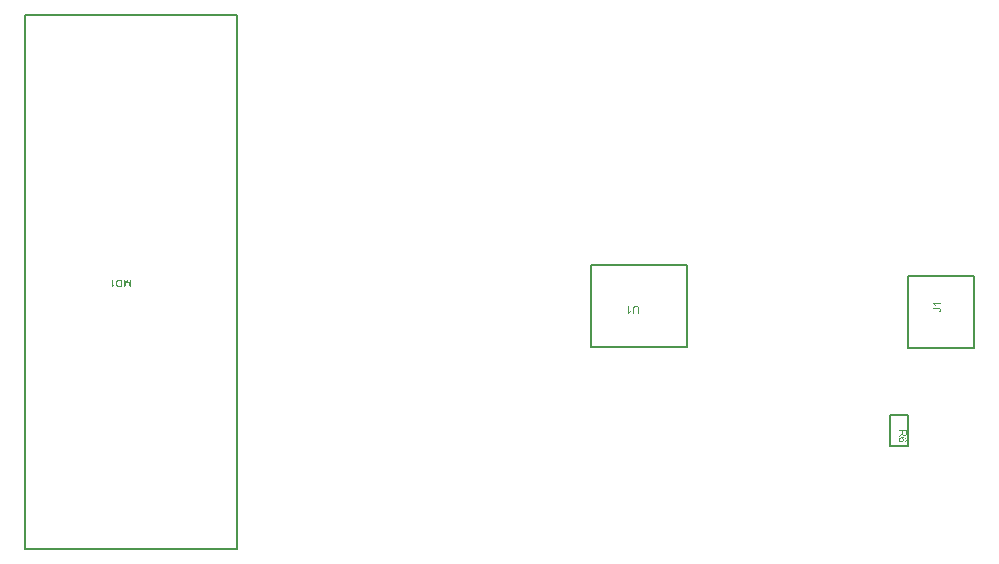
<source format=gbr>
G04*
G04 #@! TF.GenerationSoftware,Altium Limited,Altium Designer,24.6.1 (21)*
G04*
G04 Layer_Color=16711935*
%FSLAX25Y25*%
%MOIN*%
G70*
G04*
G04 #@! TF.SameCoordinates,E7B071F1-E274-4D6C-8170-77C2E5B523DC*
G04*
G04*
G04 #@! TF.FilePolarity,Positive*
G04*
G01*
G75*
%ADD10C,0.00787*%
G36*
X207725Y125982D02*
X207755D01*
X207788Y125979D01*
X207829Y125973D01*
X207870Y125968D01*
X207963Y125954D01*
X208061Y125932D01*
X208156Y125902D01*
X208203Y125886D01*
X208246Y125864D01*
X208249Y125861D01*
X208257Y125859D01*
X208268Y125850D01*
X208282Y125842D01*
X208301Y125829D01*
X208323Y125812D01*
X208345Y125796D01*
X208369Y125774D01*
X208424Y125725D01*
X208476Y125665D01*
X208525Y125594D01*
X208547Y125553D01*
X208566Y125512D01*
Y125509D01*
X208569Y125501D01*
X208574Y125487D01*
X208580Y125468D01*
X208588Y125446D01*
X208596Y125417D01*
X208604Y125384D01*
X208612Y125346D01*
X208623Y125302D01*
X208631Y125255D01*
X208640Y125204D01*
X208645Y125146D01*
X208653Y125086D01*
X208656Y125021D01*
X208662Y124952D01*
Y124879D01*
Y123424D01*
X208328D01*
Y124879D01*
Y124881D01*
Y124892D01*
Y124909D01*
Y124933D01*
X208326Y124960D01*
Y124991D01*
X208323Y125026D01*
X208320Y125062D01*
X208315Y125141D01*
X208304Y125220D01*
X208287Y125296D01*
X208279Y125332D01*
X208268Y125362D01*
Y125365D01*
X208266Y125367D01*
X208263Y125375D01*
X208257Y125386D01*
X208241Y125417D01*
X208219Y125449D01*
X208192Y125490D01*
X208156Y125528D01*
X208113Y125567D01*
X208061Y125602D01*
X208058D01*
X208053Y125605D01*
X208045Y125610D01*
X208034Y125616D01*
X208020Y125621D01*
X208001Y125627D01*
X207982Y125635D01*
X207960Y125643D01*
X207905Y125657D01*
X207842Y125670D01*
X207771Y125681D01*
X207695Y125684D01*
X207660D01*
X207635Y125681D01*
X207605Y125679D01*
X207570Y125676D01*
X207531Y125670D01*
X207490Y125662D01*
X207406Y125643D01*
X207362Y125629D01*
X207318Y125613D01*
X207277Y125594D01*
X207239Y125572D01*
X207204Y125548D01*
X207171Y125517D01*
X207168Y125515D01*
X207163Y125509D01*
X207157Y125498D01*
X207146Y125485D01*
X207135Y125466D01*
X207122Y125441D01*
X207105Y125411D01*
X207092Y125375D01*
X207078Y125335D01*
X207062Y125288D01*
X207048Y125236D01*
X207037Y125179D01*
X207026Y125113D01*
X207018Y125042D01*
X207015Y124963D01*
X207013Y124879D01*
Y123424D01*
X206680D01*
Y124879D01*
Y124884D01*
Y124895D01*
Y124914D01*
Y124941D01*
X206682Y124974D01*
X206685Y125010D01*
X206688Y125051D01*
X206690Y125097D01*
X206701Y125193D01*
X206715Y125294D01*
X206737Y125392D01*
X206750Y125438D01*
X206767Y125482D01*
Y125485D01*
X206770Y125493D01*
X206775Y125504D01*
X206783Y125520D01*
X206794Y125539D01*
X206805Y125561D01*
X206838Y125610D01*
X206857Y125640D01*
X206879Y125668D01*
X206906Y125700D01*
X206933Y125730D01*
X206966Y125760D01*
X206999Y125791D01*
X207037Y125818D01*
X207078Y125845D01*
X207081Y125848D01*
X207089Y125850D01*
X207100Y125859D01*
X207119Y125867D01*
X207141Y125878D01*
X207168Y125889D01*
X207198Y125902D01*
X207236Y125913D01*
X207275Y125927D01*
X207318Y125941D01*
X207367Y125952D01*
X207419Y125962D01*
X207477Y125971D01*
X207537Y125979D01*
X207599Y125982D01*
X207665Y125984D01*
X207700D01*
X207725Y125982D01*
D02*
G37*
G36*
X205394Y123975D02*
X205399Y123980D01*
X205413Y123994D01*
X205437Y124013D01*
X205473Y124040D01*
X205514Y124073D01*
X205566Y124109D01*
X205623Y124147D01*
X205689Y124188D01*
X205691D01*
X205697Y124193D01*
X205705Y124199D01*
X205718Y124204D01*
X205735Y124215D01*
X205754Y124223D01*
X205798Y124248D01*
X205847Y124273D01*
X205901Y124300D01*
X205959Y124325D01*
X206013Y124346D01*
Y124049D01*
X206011Y124046D01*
X206002Y124043D01*
X205989Y124035D01*
X205970Y124027D01*
X205948Y124016D01*
X205921Y124000D01*
X205890Y123983D01*
X205860Y123967D01*
X205789Y123923D01*
X205713Y123871D01*
X205634Y123817D01*
X205560Y123754D01*
X205557Y123751D01*
X205552Y123746D01*
X205541Y123738D01*
X205527Y123724D01*
X205514Y123707D01*
X205495Y123691D01*
X205454Y123645D01*
X205407Y123596D01*
X205361Y123538D01*
X205320Y123478D01*
X205284Y123415D01*
X205085D01*
Y125943D01*
X205394D01*
Y123975D01*
D02*
G37*
G36*
X297836Y83474D02*
X297834Y83444D01*
Y83415D01*
X297831Y83379D01*
X297828Y83338D01*
X297820Y83256D01*
X297806Y83171D01*
X297790Y83090D01*
X297779Y83054D01*
X297768Y83019D01*
Y83016D01*
X297765Y83011D01*
X297760Y83002D01*
X297754Y82989D01*
X297738Y82956D01*
X297713Y82918D01*
X297681Y82871D01*
X297637Y82825D01*
X297588Y82778D01*
X297528Y82737D01*
X297525D01*
X297520Y82732D01*
X297511Y82727D01*
X297498Y82721D01*
X297481Y82713D01*
X297462Y82705D01*
X297440Y82694D01*
X297416Y82683D01*
X297358Y82664D01*
X297296Y82647D01*
X297225Y82636D01*
X297148Y82631D01*
X297146D01*
X297137D01*
X297121D01*
X297105Y82634D01*
X297080Y82636D01*
X297053Y82639D01*
X297023Y82645D01*
X296990Y82653D01*
X296919Y82675D01*
X296881Y82688D01*
X296843Y82705D01*
X296804Y82724D01*
X296766Y82748D01*
X296731Y82776D01*
X296695Y82806D01*
X296692Y82808D01*
X296687Y82814D01*
X296679Y82825D01*
X296665Y82838D01*
X296652Y82858D01*
X296635Y82879D01*
X296616Y82907D01*
X296597Y82939D01*
X296578Y82975D01*
X296559Y83013D01*
X296539Y83057D01*
X296520Y83106D01*
X296504Y83158D01*
X296488Y83215D01*
X296474Y83278D01*
X296463Y83343D01*
Y83341D01*
X296460Y83338D01*
X296452Y83322D01*
X296439Y83297D01*
X296422Y83267D01*
X296403Y83234D01*
X296384Y83201D01*
X296359Y83169D01*
X296338Y83141D01*
X296335Y83139D01*
X296332Y83136D01*
X296324Y83128D01*
X296313Y83117D01*
X296299Y83103D01*
X296283Y83087D01*
X296245Y83051D01*
X296196Y83011D01*
X296138Y82964D01*
X296073Y82915D01*
X296002Y82866D01*
X295317Y82429D01*
Y82847D01*
X295841Y83180D01*
X295843Y83182D01*
X295852Y83185D01*
X295863Y83193D01*
X295879Y83204D01*
X295898Y83215D01*
X295920Y83232D01*
X295969Y83264D01*
X296026Y83303D01*
X296084Y83341D01*
X296138Y83382D01*
X296187Y83420D01*
X296190D01*
X296193Y83425D01*
X296206Y83436D01*
X296228Y83453D01*
X296253Y83477D01*
X296280Y83502D01*
X296307Y83532D01*
X296335Y83562D01*
X296354Y83589D01*
X296357Y83592D01*
X296362Y83603D01*
X296370Y83617D01*
X296381Y83636D01*
X296392Y83660D01*
X296403Y83685D01*
X296414Y83712D01*
X296422Y83742D01*
Y83745D01*
X296425Y83753D01*
X296428Y83767D01*
X296430Y83786D01*
Y83813D01*
X296433Y83846D01*
X296436Y83884D01*
Y84313D01*
X295317D01*
Y84646D01*
X297836D01*
Y83474D01*
D02*
G37*
G36*
X296564Y82246D02*
X296586D01*
X296613Y82243D01*
X296673Y82241D01*
X296742Y82235D01*
X296818Y82227D01*
X296900Y82216D01*
X296987Y82200D01*
X297075Y82183D01*
X297162Y82161D01*
X297249Y82134D01*
X297334Y82104D01*
X297416Y82069D01*
X297490Y82025D01*
X297555Y81978D01*
X297558Y81976D01*
X297569Y81968D01*
X297582Y81954D01*
X297602Y81935D01*
X297623Y81913D01*
X297648Y81883D01*
X297673Y81850D01*
X297700Y81812D01*
X297727Y81768D01*
X297752Y81719D01*
X297776Y81667D01*
X297798Y81610D01*
X297817Y81550D01*
X297831Y81484D01*
X297842Y81416D01*
X297845Y81342D01*
Y81312D01*
X297842Y81293D01*
X297839Y81269D01*
X297836Y81239D01*
X297831Y81206D01*
X297823Y81170D01*
X297803Y81091D01*
X297790Y81053D01*
X297774Y81009D01*
X297754Y80968D01*
X297730Y80930D01*
X297705Y80892D01*
X297675Y80854D01*
X297673Y80851D01*
X297667Y80846D01*
X297659Y80835D01*
X297645Y80824D01*
X297629Y80807D01*
X297607Y80791D01*
X297582Y80772D01*
X297555Y80753D01*
X297525Y80734D01*
X297490Y80714D01*
X297451Y80695D01*
X297410Y80676D01*
X297367Y80660D01*
X297320Y80646D01*
X297271Y80633D01*
X297217Y80624D01*
X297192Y80933D01*
X297195D01*
X297200Y80936D01*
X297208Y80938D01*
X297222Y80941D01*
X297255Y80949D01*
X297293Y80963D01*
X297337Y80979D01*
X297380Y81001D01*
X297421Y81023D01*
X297457Y81050D01*
X297460Y81053D01*
X297462Y81056D01*
X297470Y81064D01*
X297479Y81072D01*
X297500Y81099D01*
X297525Y81138D01*
X297550Y81181D01*
X297569Y81236D01*
X297585Y81296D01*
X297588Y81329D01*
X297591Y81362D01*
Y81386D01*
X297585Y81416D01*
X297580Y81452D01*
X297569Y81493D01*
X297555Y81536D01*
X297533Y81580D01*
X297506Y81624D01*
Y81626D01*
X297500Y81629D01*
X297495Y81637D01*
X297487Y81648D01*
X297462Y81673D01*
X297427Y81705D01*
X297383Y81744D01*
X297328Y81782D01*
X297266Y81817D01*
X297195Y81853D01*
X297192D01*
X297186Y81856D01*
X297173Y81861D01*
X297157Y81867D01*
X297137Y81872D01*
X297110Y81880D01*
X297080Y81888D01*
X297047Y81897D01*
X297009Y81905D01*
X296965Y81910D01*
X296916Y81918D01*
X296864Y81927D01*
X296810Y81932D01*
X296750Y81935D01*
X296684Y81938D01*
X296619Y81940D01*
X296619Y81940D01*
X296616D01*
X296619Y81940D01*
X296624Y81935D01*
X296632Y81929D01*
X296643Y81921D01*
X296673Y81897D01*
X296711Y81867D01*
X296753Y81826D01*
X296793Y81779D01*
X296832Y81727D01*
X296867Y81670D01*
Y81667D01*
X296870Y81662D01*
X296875Y81654D01*
X296881Y81643D01*
X296886Y81626D01*
X296894Y81610D01*
X296911Y81566D01*
X296924Y81514D01*
X296938Y81457D01*
X296949Y81394D01*
X296952Y81329D01*
Y81315D01*
X296949Y81299D01*
Y81277D01*
X296944Y81250D01*
X296941Y81220D01*
X296933Y81184D01*
X296924Y81146D01*
X296911Y81108D01*
X296897Y81064D01*
X296878Y81020D01*
X296856Y80977D01*
X296829Y80930D01*
X296799Y80887D01*
X296763Y80843D01*
X296722Y80802D01*
X296720Y80799D01*
X296711Y80794D01*
X296701Y80783D01*
X296681Y80766D01*
X296660Y80750D01*
X296632Y80734D01*
X296600Y80712D01*
X296564Y80693D01*
X296523Y80674D01*
X296480Y80652D01*
X296430Y80635D01*
X296378Y80616D01*
X296324Y80603D01*
X296264Y80592D01*
X296201Y80586D01*
X296135Y80584D01*
X296133D01*
X296125D01*
X296114D01*
X296094Y80586D01*
X296075D01*
X296051Y80589D01*
X296021Y80592D01*
X295991Y80597D01*
X295923Y80608D01*
X295849Y80627D01*
X295772Y80652D01*
X295693Y80687D01*
X295690D01*
X295685Y80693D01*
X295674Y80698D01*
X295660Y80706D01*
X295644Y80717D01*
X295625Y80728D01*
X295579Y80761D01*
X295529Y80799D01*
X295478Y80848D01*
X295426Y80906D01*
X295382Y80968D01*
Y80971D01*
X295376Y80977D01*
X295371Y80988D01*
X295366Y81001D01*
X295357Y81018D01*
X295349Y81037D01*
X295338Y81061D01*
X295330Y81086D01*
X295308Y81146D01*
X295292Y81217D01*
X295281Y81293D01*
X295275Y81375D01*
Y81392D01*
X295278Y81413D01*
X295281Y81441D01*
X295284Y81473D01*
X295292Y81512D01*
X295300Y81553D01*
X295311Y81599D01*
X295327Y81648D01*
X295344Y81700D01*
X295368Y81752D01*
X295396Y81804D01*
X295428Y81858D01*
X295467Y81907D01*
X295510Y81959D01*
X295560Y82006D01*
X295562Y82008D01*
X295573Y82017D01*
X295589Y82028D01*
X295614Y82044D01*
X295644Y82063D01*
X295682Y82082D01*
X295729Y82104D01*
X295783Y82126D01*
X295843Y82151D01*
X295912Y82172D01*
X295988Y82191D01*
X296073Y82211D01*
X296165Y82227D01*
X296267Y82238D01*
X296376Y82246D01*
X296493Y82249D01*
X296496D01*
X296501D01*
X296512D01*
X296526D01*
X296542D01*
X296564Y82246D01*
D02*
G37*
G36*
X309310Y126677D02*
X307341D01*
X307347Y126672D01*
X307360Y126658D01*
X307379Y126634D01*
X307407Y126598D01*
X307439Y126557D01*
X307475Y126505D01*
X307513Y126448D01*
X307554Y126383D01*
Y126380D01*
X307560Y126374D01*
X307565Y126366D01*
X307571Y126353D01*
X307581Y126336D01*
X307590Y126317D01*
X307614Y126273D01*
X307639Y126224D01*
X307666Y126170D01*
X307691Y126112D01*
X307712Y126058D01*
X307415D01*
X307412Y126060D01*
X307409Y126069D01*
X307401Y126082D01*
X307393Y126101D01*
X307382Y126123D01*
X307366Y126151D01*
X307349Y126181D01*
X307333Y126211D01*
X307289Y126282D01*
X307237Y126358D01*
X307183Y126437D01*
X307120Y126511D01*
X307117Y126514D01*
X307112Y126519D01*
X307104Y126530D01*
X307090Y126544D01*
X307074Y126557D01*
X307057Y126576D01*
X307011Y126617D01*
X306962Y126664D01*
X306904Y126710D01*
X306844Y126751D01*
X306782Y126787D01*
Y126986D01*
X309310D01*
Y126677D01*
D02*
G37*
G36*
X308586Y125400D02*
X308616D01*
X308652Y125397D01*
X308687Y125392D01*
X308766Y125383D01*
X308848Y125370D01*
X308927Y125351D01*
X308963Y125337D01*
X308998Y125323D01*
X309001D01*
X309007Y125321D01*
X309015Y125315D01*
X309026Y125310D01*
X309058Y125291D01*
X309097Y125263D01*
X309138Y125231D01*
X309181Y125190D01*
X309222Y125138D01*
X309260Y125080D01*
Y125078D01*
X309263Y125072D01*
X309268Y125064D01*
X309274Y125050D01*
X309282Y125037D01*
X309288Y125018D01*
X309296Y124996D01*
X309304Y124971D01*
X309323Y124914D01*
X309337Y124848D01*
X309348Y124775D01*
X309350Y124693D01*
Y124660D01*
X309348Y124638D01*
X309345Y124611D01*
X309339Y124578D01*
X309334Y124543D01*
X309326Y124504D01*
X309318Y124463D01*
X309304Y124423D01*
X309290Y124379D01*
X309271Y124338D01*
X309249Y124294D01*
X309225Y124256D01*
X309195Y124218D01*
X309162Y124182D01*
X309159Y124179D01*
X309154Y124174D01*
X309143Y124166D01*
X309127Y124155D01*
X309107Y124141D01*
X309083Y124128D01*
X309053Y124111D01*
X309020Y124095D01*
X308982Y124081D01*
X308941Y124065D01*
X308894Y124051D01*
X308843Y124038D01*
X308788Y124029D01*
X308728Y124021D01*
X308665Y124016D01*
X308597D01*
X308553Y124316D01*
X308556D01*
X308567D01*
X308581Y124319D01*
X308600D01*
X308624Y124321D01*
X308652Y124324D01*
X308712Y124332D01*
X308777Y124346D01*
X308843Y124365D01*
X308873Y124376D01*
X308903Y124390D01*
X308927Y124406D01*
X308949Y124423D01*
X308955Y124428D01*
X308965Y124442D01*
X308982Y124463D01*
X309001Y124494D01*
X309020Y124532D01*
X309036Y124578D01*
X309047Y124630D01*
X309053Y124690D01*
Y124712D01*
X309050Y124734D01*
X309045Y124764D01*
X309039Y124799D01*
X309028Y124835D01*
X309015Y124870D01*
X308996Y124906D01*
X308993Y124911D01*
X308985Y124922D01*
X308971Y124936D01*
X308955Y124958D01*
X308933Y124977D01*
X308906Y124998D01*
X308875Y125018D01*
X308840Y125034D01*
X308835Y125037D01*
X308821Y125040D01*
X308796Y125045D01*
X308764Y125053D01*
X308720Y125059D01*
X308665Y125064D01*
X308602Y125067D01*
X308564Y125069D01*
X308526D01*
X306790D01*
Y125402D01*
X308507D01*
X308510D01*
X308521D01*
X308537D01*
X308559D01*
X308586Y125400D01*
D02*
G37*
G36*
X39370Y132264D02*
X38870D01*
X38273Y134049D01*
Y134052D01*
X38270Y134060D01*
X38264Y134074D01*
X38259Y134090D01*
X38254Y134109D01*
X38245Y134134D01*
X38226Y134188D01*
X38207Y134248D01*
X38188Y134311D01*
X38169Y134369D01*
X38161Y134396D01*
X38153Y134420D01*
Y134418D01*
X38150Y134415D01*
X38147Y134407D01*
X38144Y134396D01*
X38139Y134379D01*
X38133Y134363D01*
X38128Y134341D01*
X38120Y134319D01*
X38111Y134292D01*
X38101Y134262D01*
X38090Y134229D01*
X38079Y134191D01*
X38065Y134153D01*
X38052Y134109D01*
X38035Y134065D01*
X38019Y134016D01*
X37413Y132264D01*
X36962D01*
Y134783D01*
X37284D01*
Y132673D01*
X38021Y134783D01*
X38322D01*
X39048Y132638D01*
Y134783D01*
X39370D01*
Y132264D01*
D02*
G37*
G36*
X36427D02*
X35488D01*
X35461Y132266D01*
X35428D01*
X35395Y132269D01*
X35322Y132272D01*
X35248Y132280D01*
X35174Y132288D01*
X35141Y132296D01*
X35111Y132302D01*
X35109D01*
X35100Y132305D01*
X35089Y132307D01*
X35076Y132313D01*
X35057Y132318D01*
X35035Y132324D01*
X34983Y132343D01*
X34926Y132367D01*
X34866Y132397D01*
X34803Y132436D01*
X34743Y132482D01*
X34740Y132485D01*
X34734Y132490D01*
X34724Y132499D01*
X34710Y132512D01*
X34694Y132528D01*
X34675Y132550D01*
X34653Y132572D01*
X34631Y132599D01*
X34606Y132630D01*
X34582Y132662D01*
X34557Y132698D01*
X34532Y132736D01*
X34486Y132821D01*
X34445Y132913D01*
Y132916D01*
X34440Y132924D01*
X34437Y132941D01*
X34429Y132960D01*
X34421Y132984D01*
X34412Y133014D01*
X34404Y133047D01*
X34393Y133085D01*
X34385Y133129D01*
X34377Y133176D01*
X34369Y133225D01*
X34361Y133276D01*
X34352Y133331D01*
X34350Y133388D01*
X34344Y133511D01*
Y133514D01*
Y133525D01*
Y133539D01*
Y133560D01*
X34347Y133585D01*
Y133615D01*
X34350Y133648D01*
X34352Y133683D01*
X34361Y133762D01*
X34374Y133847D01*
X34391Y133934D01*
X34412Y134022D01*
Y134025D01*
X34415Y134033D01*
X34421Y134044D01*
X34423Y134057D01*
X34431Y134076D01*
X34440Y134098D01*
X34459Y134150D01*
X34483Y134207D01*
X34513Y134270D01*
X34546Y134330D01*
X34584Y134388D01*
Y134390D01*
X34590Y134393D01*
X34595Y134401D01*
X34604Y134412D01*
X34623Y134437D01*
X34653Y134469D01*
X34685Y134508D01*
X34724Y134546D01*
X34767Y134581D01*
X34814Y134617D01*
X34816D01*
X34819Y134620D01*
X34836Y134631D01*
X34863Y134644D01*
X34898Y134663D01*
X34942Y134682D01*
X34994Y134704D01*
X35054Y134723D01*
X35117Y134742D01*
X35120D01*
X35125Y134745D01*
X35133D01*
X35147Y134748D01*
X35163Y134751D01*
X35185Y134756D01*
X35207Y134759D01*
X35231Y134762D01*
X35291Y134770D01*
X35360Y134778D01*
X35436Y134781D01*
X35518Y134783D01*
X36427D01*
Y132264D01*
D02*
G37*
G36*
X33154Y132815D02*
X33159Y132821D01*
X33173Y132834D01*
X33198Y132853D01*
X33233Y132881D01*
X33274Y132913D01*
X33326Y132949D01*
X33383Y132987D01*
X33449Y133028D01*
X33451D01*
X33457Y133034D01*
X33465Y133039D01*
X33479Y133045D01*
X33495Y133055D01*
X33514Y133064D01*
X33558Y133088D01*
X33607Y133113D01*
X33662Y133140D01*
X33719Y133165D01*
X33774Y133186D01*
Y132889D01*
X33771Y132886D01*
X33763Y132883D01*
X33749Y132875D01*
X33730Y132867D01*
X33708Y132856D01*
X33681Y132840D01*
X33651Y132823D01*
X33621Y132807D01*
X33550Y132763D01*
X33473Y132711D01*
X33394Y132657D01*
X33320Y132594D01*
X33318Y132591D01*
X33312Y132586D01*
X33301Y132578D01*
X33288Y132564D01*
X33274Y132548D01*
X33255Y132531D01*
X33214Y132485D01*
X33167Y132436D01*
X33121Y132378D01*
X33080Y132318D01*
X33045Y132255D01*
X32845D01*
Y134783D01*
X33154D01*
Y132815D01*
D02*
G37*
%LPC*%
G36*
X297558Y84313D02*
X296725D01*
Y83559D01*
X296728Y83540D01*
Y83518D01*
X296731Y83466D01*
X296736Y83409D01*
X296744Y83349D01*
X296755Y83292D01*
X296772Y83240D01*
Y83237D01*
X296774Y83234D01*
X296780Y83218D01*
X296791Y83196D01*
X296807Y83166D01*
X296829Y83136D01*
X296853Y83103D01*
X296886Y83070D01*
X296922Y83043D01*
X296927Y83040D01*
X296941Y83032D01*
X296960Y83021D01*
X296990Y83008D01*
X297023Y82997D01*
X297061Y82986D01*
X297105Y82978D01*
X297148Y82975D01*
X297151D01*
X297157D01*
X297165D01*
X297178Y82978D01*
X297192D01*
X297211Y82980D01*
X297252Y82991D01*
X297299Y83008D01*
X297348Y83030D01*
X297394Y83062D01*
X297419Y83084D01*
X297440Y83106D01*
X297443Y83109D01*
X297446Y83112D01*
X297451Y83120D01*
X297460Y83131D01*
X297468Y83144D01*
X297479Y83163D01*
X297490Y83182D01*
X297500Y83207D01*
X297511Y83234D01*
X297520Y83264D01*
X297531Y83297D01*
X297539Y83333D01*
X297547Y83373D01*
X297552Y83417D01*
X297558Y83464D01*
Y84313D01*
D02*
G37*
G36*
X296133Y81894D02*
X296130D01*
X296125D01*
X296116D01*
X296106D01*
X296092Y81891D01*
X296075D01*
X296035Y81886D01*
X295988Y81877D01*
X295936Y81867D01*
X295882Y81850D01*
X295827Y81828D01*
X295824D01*
X295821Y81826D01*
X295813Y81820D01*
X295802Y81815D01*
X295778Y81801D01*
X295745Y81779D01*
X295710Y81752D01*
X295674Y81719D01*
X295639Y81684D01*
X295606Y81640D01*
Y81637D01*
X295603Y81634D01*
X295595Y81618D01*
X295581Y81594D01*
X295568Y81561D01*
X295554Y81523D01*
X295540Y81479D01*
X295532Y81430D01*
X295529Y81381D01*
Y81362D01*
X295532Y81348D01*
X295535Y81329D01*
X295538Y81310D01*
X295549Y81263D01*
X295568Y81211D01*
X295581Y81181D01*
X295595Y81154D01*
X295614Y81124D01*
X295633Y81097D01*
X295658Y81069D01*
X295685Y81042D01*
X295688Y81039D01*
X295693Y81037D01*
X295701Y81028D01*
X295715Y81020D01*
X295731Y81009D01*
X295751Y80998D01*
X295772Y80985D01*
X295800Y80971D01*
X295827Y80958D01*
X295860Y80944D01*
X295895Y80933D01*
X295934Y80922D01*
X295974Y80914D01*
X296021Y80906D01*
X296067Y80903D01*
X296116Y80900D01*
X296119D01*
X296127D01*
X296141D01*
X296160Y80903D01*
X296182Y80906D01*
X296206Y80908D01*
X296234Y80911D01*
X296264Y80917D01*
X296329Y80933D01*
X296398Y80958D01*
X296433Y80974D01*
X296466Y80993D01*
X296496Y81015D01*
X296526Y81039D01*
X296529Y81042D01*
X296531Y81045D01*
X296539Y81053D01*
X296550Y81064D01*
X296561Y81078D01*
X296575Y81094D01*
X296602Y81135D01*
X296630Y81187D01*
X296654Y81247D01*
X296673Y81315D01*
X296676Y81353D01*
X296679Y81392D01*
Y81411D01*
X296676Y81427D01*
X296673Y81443D01*
X296671Y81465D01*
X296660Y81514D01*
X296640Y81572D01*
X296613Y81632D01*
X296597Y81662D01*
X296578Y81692D01*
X296553Y81722D01*
X296526Y81749D01*
X296523Y81752D01*
X296518Y81755D01*
X296510Y81763D01*
X296499Y81771D01*
X296485Y81782D01*
X296466Y81796D01*
X296444Y81809D01*
X296419Y81820D01*
X296395Y81834D01*
X296365Y81848D01*
X296297Y81872D01*
X296220Y81888D01*
X296176Y81891D01*
X296133Y81894D01*
D02*
G37*
G36*
X36094Y134486D02*
X35515D01*
X35493Y134483D01*
X35469D01*
X35414Y134480D01*
X35351Y134475D01*
X35286Y134467D01*
X35223Y134456D01*
X35166Y134442D01*
X35163D01*
X35160Y134440D01*
X35152Y134437D01*
X35141Y134434D01*
X35117Y134423D01*
X35084Y134409D01*
X35048Y134390D01*
X35010Y134369D01*
X34972Y134341D01*
X34939Y134311D01*
X34937Y134308D01*
X34934Y134306D01*
X34920Y134289D01*
X34898Y134262D01*
X34871Y134227D01*
X34844Y134180D01*
X34814Y134125D01*
X34784Y134063D01*
X34756Y133992D01*
Y133989D01*
X34754Y133984D01*
X34751Y133973D01*
X34745Y133956D01*
X34740Y133937D01*
X34734Y133913D01*
X34729Y133885D01*
X34721Y133855D01*
X34715Y133823D01*
X34710Y133784D01*
X34705Y133746D01*
X34699Y133702D01*
X34691Y133610D01*
X34688Y133506D01*
Y133500D01*
Y133489D01*
Y133468D01*
X34691Y133440D01*
Y133407D01*
X34694Y133369D01*
X34699Y133328D01*
X34705Y133282D01*
X34721Y133184D01*
X34743Y133083D01*
X34776Y132987D01*
X34797Y132941D01*
X34819Y132900D01*
X34822Y132897D01*
X34825Y132892D01*
X34833Y132881D01*
X34844Y132864D01*
X34855Y132848D01*
X34871Y132829D01*
X34907Y132785D01*
X34953Y132736D01*
X35008Y132690D01*
X35068Y132646D01*
X35100Y132630D01*
X35136Y132613D01*
X35139D01*
X35141Y132610D01*
X35149Y132608D01*
X35160Y132605D01*
X35177Y132602D01*
X35193Y132597D01*
X35215Y132591D01*
X35240Y132586D01*
X35267Y132583D01*
X35300Y132578D01*
X35335Y132572D01*
X35373Y132569D01*
X35417Y132567D01*
X35464Y132564D01*
X35513Y132561D01*
X36094D01*
Y134486D01*
D02*
G37*
%LPD*%
D10*
X192717Y112402D02*
X224606D01*
X192717D02*
Y139567D01*
X224606D01*
Y112402D02*
Y139567D01*
X292224Y89788D02*
X298327D01*
X292224Y79504D02*
Y89788D01*
Y79504D02*
X298327D01*
Y89788D01*
Y111909D02*
Y136122D01*
X320374D01*
Y111909D02*
Y136122D01*
X298327Y111909D02*
X320374D01*
X74764Y44899D02*
Y223186D01*
X3976D02*
X74764D01*
X3976Y44899D02*
Y223186D01*
Y44899D02*
X74764D01*
M02*

</source>
